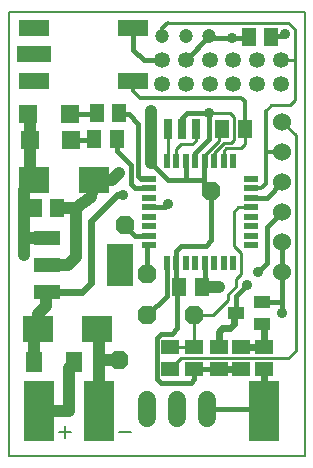
<source format=gtl>
G75*
%MOIN*%
%OFA0B0*%
%FSLAX24Y24*%
%IPPOS*%
%LPD*%
%AMOC8*
5,1,8,0,0,1.08239X$1,22.5*
%
%ADD10C,0.0080*%
%ADD11R,0.0512X0.0591*%
%ADD12R,0.0276X0.0669*%
%ADD13R,0.0220X0.0500*%
%ADD14R,0.0500X0.0220*%
%ADD15C,0.0600*%
%ADD16R,0.0551X0.0709*%
%ADD17R,0.0984X0.0551*%
%ADD18R,0.1181X0.0551*%
%ADD19R,0.0591X0.0591*%
%ADD20R,0.0591X0.0512*%
%ADD21R,0.1024X0.0866*%
%ADD22R,0.0551X0.0394*%
%ADD23R,0.1000X0.2000*%
%ADD24R,0.0880X0.0480*%
%ADD25R,0.0866X0.1417*%
%ADD26C,0.0472*%
%ADD27OC8,0.0630*%
%ADD28C,0.0531*%
%ADD29C,0.0600*%
%ADD30C,0.0400*%
%ADD31C,0.0160*%
%ADD32C,0.0100*%
%ADD33C,0.0356*%
%ADD34C,0.0120*%
%ADD35C,0.0240*%
D10*
X003400Y002938D02*
X013264Y002938D01*
X013264Y017732D01*
X003400Y017732D01*
X003400Y002938D01*
X005065Y003725D02*
X005479Y003725D01*
X005272Y003932D02*
X005272Y003518D01*
X007065Y003725D02*
X007479Y003725D01*
D11*
X009088Y008563D03*
X009837Y008563D03*
X005024Y011188D03*
X004276Y011188D03*
X006256Y013500D03*
X007004Y013500D03*
X007079Y014356D03*
X006331Y014356D03*
X010526Y013813D03*
X011274Y013813D03*
X011403Y016893D03*
X012151Y016893D03*
D12*
X009647Y013813D03*
X009175Y013813D03*
X008703Y013813D03*
D13*
X008673Y012753D03*
X008988Y012753D03*
X009303Y012753D03*
X009618Y012753D03*
X009932Y012753D03*
X010247Y012753D03*
X010562Y012753D03*
X010877Y012753D03*
X010877Y009373D03*
X010562Y009373D03*
X010247Y009373D03*
X009932Y009373D03*
X009618Y009373D03*
X009303Y009373D03*
X008988Y009373D03*
X008673Y009373D03*
D14*
X008085Y009960D03*
X008085Y010275D03*
X008085Y010590D03*
X008085Y010905D03*
X008085Y011220D03*
X008085Y011535D03*
X008085Y011850D03*
X008085Y012165D03*
X011465Y012165D03*
X011465Y011850D03*
X011465Y011535D03*
X011465Y011220D03*
X011465Y010905D03*
X011465Y010590D03*
X011465Y010275D03*
X011465Y009960D03*
D15*
X012525Y010063D03*
X012525Y011063D03*
X012525Y012063D03*
X012525Y013063D03*
X012525Y014063D03*
X012525Y009063D03*
D16*
X005581Y006050D03*
X004243Y006050D03*
D17*
X004246Y015427D03*
X004246Y017198D03*
X007554Y017198D03*
X007554Y015427D03*
D18*
X004246Y016313D03*
D19*
X004059Y014331D03*
X004097Y013475D03*
X005437Y014331D03*
X005475Y013475D03*
D20*
X008775Y006562D03*
X009588Y006562D03*
X010400Y006562D03*
X011150Y006562D03*
X011900Y006562D03*
X011900Y005813D03*
X011150Y005813D03*
X010400Y005813D03*
X009588Y005813D03*
X008775Y005813D03*
D21*
X006353Y007162D03*
X004384Y007162D03*
X004260Y012138D03*
X006229Y012138D03*
D22*
X011833Y008062D03*
X010967Y007688D03*
X011833Y007313D03*
D23*
X011900Y004438D03*
X006400Y004438D03*
X004400Y004438D03*
D24*
X004680Y008384D03*
X004680Y009294D03*
X004680Y010204D03*
D25*
X007120Y009294D03*
D26*
X008517Y016919D03*
X009304Y016919D03*
X010091Y016919D03*
D27*
X010150Y011750D03*
X007275Y010625D03*
X008025Y009000D03*
X008025Y007625D03*
X009588Y007625D03*
X007088Y006125D03*
D28*
X008525Y015338D03*
X009312Y015338D03*
X010100Y015338D03*
X010887Y015338D03*
X011675Y015338D03*
X012462Y015338D03*
X012462Y016125D03*
X011675Y016125D03*
X010887Y016125D03*
X010100Y016125D03*
X009312Y016125D03*
X008525Y016125D03*
D29*
X008025Y004800D02*
X008025Y004200D01*
X009025Y004200D02*
X009025Y004800D01*
X010025Y004800D02*
X010025Y004200D01*
D30*
X007088Y006125D02*
X006463Y006125D01*
X006400Y006188D01*
X006400Y007115D01*
X006353Y007162D01*
X006400Y006188D02*
X006400Y004438D01*
X005400Y004438D02*
X005400Y005869D01*
X005581Y006050D01*
X004243Y006050D02*
X004243Y007020D01*
X004384Y007162D01*
X004384Y007672D01*
X004650Y007938D01*
X004650Y008354D01*
X004680Y008384D01*
X004680Y009294D02*
X005381Y009294D01*
X005650Y009563D01*
X005650Y011188D01*
X005024Y011188D01*
X005650Y011188D02*
X006150Y011563D01*
X006229Y012138D01*
X006851Y012138D01*
X007088Y012375D01*
X008150Y012688D02*
X008150Y014438D01*
X004260Y012138D02*
X004097Y012302D01*
X004097Y013475D01*
X004097Y014294D01*
X004059Y014331D01*
X004260Y012138D02*
X003900Y011778D01*
X003900Y011313D01*
X004025Y011188D01*
X004276Y011188D01*
X003900Y011313D02*
X003900Y010250D01*
X003946Y010204D01*
X004680Y010204D01*
X003900Y010250D02*
X003900Y009625D01*
X009932Y008563D02*
X010400Y008563D01*
X005400Y004438D02*
X004400Y004438D01*
D31*
X008338Y005500D02*
X008463Y005375D01*
X009463Y005375D01*
X009588Y005500D01*
X009588Y005813D01*
X010400Y005813D01*
X010025Y004500D02*
X011900Y004500D01*
X011900Y004438D01*
X008338Y005500D02*
X008338Y006875D01*
X008463Y007000D01*
X008838Y007000D01*
X009025Y007188D01*
X009025Y008562D01*
X009088Y008563D01*
X008988Y008563D01*
X008988Y009373D01*
X008988Y009775D01*
X009150Y009938D01*
X009963Y009938D01*
X010150Y010125D01*
X010150Y011750D01*
X009900Y012000D01*
X009900Y012125D01*
X009303Y012125D01*
X008713Y012125D01*
X008150Y012688D01*
X007713Y012250D02*
X007713Y014000D01*
X007400Y014313D01*
X007122Y014313D01*
X007079Y014356D01*
X006331Y014356D02*
X006306Y014331D01*
X005437Y014331D01*
X005475Y013475D02*
X006232Y013475D01*
X006256Y013500D01*
X007004Y013500D02*
X007004Y013083D01*
X007463Y012625D01*
X007463Y012000D01*
X007613Y011850D01*
X008085Y011850D01*
X008085Y012165D02*
X007798Y012165D01*
X007713Y012250D01*
X008713Y011313D02*
X008620Y011220D01*
X008085Y011220D01*
X007275Y010625D02*
X007625Y010275D01*
X008085Y010275D01*
X008085Y009960D02*
X008025Y009900D01*
X008025Y009000D01*
X008673Y009373D02*
X008673Y008273D01*
X008025Y007625D01*
X009837Y008563D02*
X009932Y008563D01*
X009932Y009373D01*
X010967Y008254D02*
X011338Y008625D01*
X010967Y008254D02*
X010967Y007688D01*
X011833Y008062D02*
X012525Y008062D01*
X012525Y007688D01*
X012525Y008062D02*
X012525Y009063D01*
X012525Y010063D01*
X012025Y010563D02*
X012025Y009375D01*
X011713Y009063D01*
X011833Y008062D02*
X012274Y008062D01*
X012025Y010563D02*
X012525Y011063D01*
X011997Y011535D02*
X012525Y012063D01*
X011997Y011535D02*
X011465Y011535D01*
X009900Y012125D02*
X009900Y012720D01*
X009932Y012753D01*
X009618Y012753D02*
X009618Y013030D01*
X010088Y013500D01*
X010088Y014344D01*
X009338Y014344D01*
X009175Y014181D01*
X009175Y013813D01*
X010400Y013687D02*
X010526Y013813D01*
X011150Y013688D02*
X011274Y013813D01*
X009303Y012753D02*
X009303Y012125D01*
X004260Y012138D02*
X004097Y012138D01*
X007900Y016125D02*
X008525Y016125D01*
X007900Y016125D02*
X007554Y016471D01*
X007554Y017198D01*
X009312Y016140D02*
X010091Y016919D01*
X010135Y016875D01*
X010838Y016875D01*
X011385Y016875D01*
X011403Y016893D01*
X012151Y016893D02*
X012196Y016938D01*
X012525Y016938D01*
X012619Y017000D01*
D32*
X012931Y017156D02*
X012931Y016125D01*
X012462Y016125D01*
X012931Y016125D02*
X012931Y014781D01*
X012775Y014625D01*
X012150Y014625D01*
X011963Y014438D01*
X012525Y014063D02*
X012963Y013625D01*
X012963Y006438D01*
X012713Y006188D01*
X009149Y006188D01*
X008775Y005813D01*
X008775Y006562D02*
X009588Y006562D01*
X009588Y007625D01*
X010213Y007625D01*
X010713Y008125D01*
X010713Y008313D01*
X010963Y008563D01*
X010963Y008813D01*
X011150Y009000D01*
X011150Y009688D01*
X010900Y009938D01*
X010900Y011063D01*
X011057Y011220D01*
X011465Y011220D01*
X010562Y012753D02*
X010562Y013100D01*
X010650Y013188D01*
X011150Y013188D01*
X011275Y013313D01*
X011275Y013812D01*
X011274Y013813D01*
X010900Y013469D02*
X010806Y013375D01*
X010588Y013375D01*
X010247Y013035D01*
X010247Y012753D01*
X009932Y012753D02*
X009932Y012970D01*
X010400Y013438D01*
X010400Y013687D01*
X010900Y013469D02*
X010900Y014219D01*
X010775Y014344D01*
X010088Y014344D01*
X009650Y013810D02*
X009647Y013813D01*
X009650Y013810D02*
X009650Y013438D01*
X009525Y013313D01*
X009150Y013313D01*
X008988Y013150D01*
X008988Y012753D01*
X008703Y012782D02*
X008703Y013813D01*
X009150Y013838D02*
X009175Y013813D01*
X008703Y012782D02*
X008673Y012753D01*
X012931Y017156D02*
X012713Y017375D01*
X008713Y017375D01*
D33*
X010838Y016875D03*
X012619Y017000D03*
X010088Y014344D03*
X008150Y014438D03*
X008150Y012688D03*
X007088Y012375D03*
X007213Y011625D03*
X008713Y011313D03*
X011713Y009063D03*
X011338Y008625D03*
X010400Y008563D03*
X012525Y007688D03*
X005400Y004438D03*
X003900Y009625D03*
D34*
X008775Y005813D02*
X008901Y005813D01*
X011465Y011850D02*
X011812Y011850D01*
X011963Y012000D01*
X011963Y013063D01*
X011963Y014438D01*
X011275Y014750D02*
X011275Y013813D01*
X011274Y013813D01*
X011963Y013063D02*
X012525Y013063D01*
X011275Y014750D02*
X011150Y014875D01*
X007775Y014875D01*
X007554Y015096D01*
X007554Y015427D01*
X008517Y016919D02*
X008517Y017179D01*
X008713Y017375D01*
D35*
X009312Y016140D02*
X009312Y016125D01*
X007213Y011625D02*
X007025Y011625D01*
X006150Y010750D01*
X006150Y008688D01*
X005846Y008384D01*
X004680Y008384D01*
X010400Y007063D02*
X010400Y006562D01*
X010400Y007063D02*
X010525Y007188D01*
X010775Y007188D01*
X010900Y007313D01*
X010900Y007621D01*
X010967Y007688D01*
X011833Y007313D02*
X011900Y007247D01*
X011900Y006562D01*
X011150Y006562D01*
X011150Y005813D02*
X010400Y005813D01*
X011900Y005813D02*
X011900Y004438D01*
M02*

</source>
